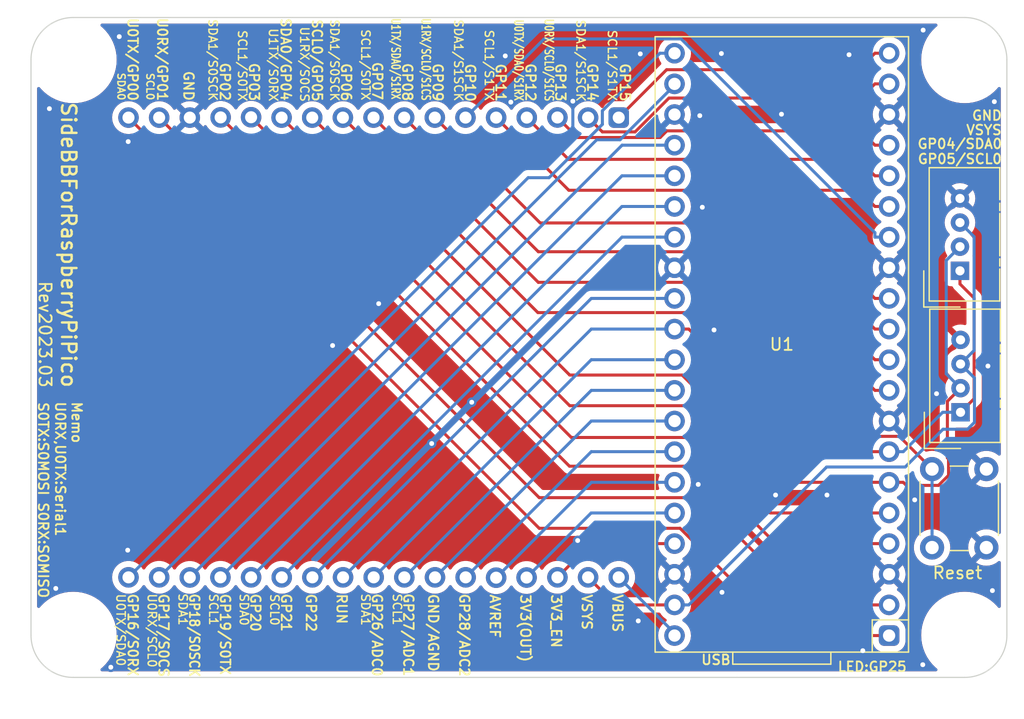
<source format=kicad_pcb>
(kicad_pcb (version 20221018) (generator pcbnew)
  (layers (0 "F.Cu" signal) (31 "B.Cu" signal) (34 "B.Paste" user) (35 "F.Paste" user) (36 "B.SilkS" user "B.Silkscreen") (37 "F.SilkS" user "F.Silkscreen") (38 "B.Mask" user) (39 "F.Mask" user) (44 "Edge.Cuts" user))
  (net 0 "")
  (net 1 "/GPIO0")
  (net 2 "/GPIO1")
  (net 3 "GND")
  (net 4 "/GPIO2")
  (net 5 "/GPIO3")
  (net 6 "/GPIO4")
  (net 7 "/GPIO5")
  (net 8 "/GPIO6")
  (net 9 "/GPIO7")
  (net 10 "/GPIO8")
  (net 11 "/GPIO9")
  (net 12 "/GPIO10")
  (net 13 "/GPIO11")
  (net 14 "/GPIO12")
  (net 15 "/GPIO13")
  (net 16 "/GPIO14")
  (net 17 "/GPIO15")
  (net 18 "/VBUS")
  (net 19 "/VSYS")
  (net 20 "/3V3_EN")
  (net 21 "+3V3")
  (net 22 "/AVREF")
  (net 23 "/GPIO28")
  (net 24 "/AGND")
  (net 25 "/GPIO27")
  (net 26 "/GPIO26")
  (net 27 "/RUN")
  (net 28 "/GPIO22")
  (net 29 "/GPIO21")
  (net 30 "/GPIO20")
  (net 31 "/GPIO19")
  (net 32 "/GPI18")
  (net 33 "/GPIO17")
  (net 34 "/GPIO16")
  (footprint "Connector:NS-Tech_Grove_1x04_P2mm_Vertical" (layer "F.Cu") (at 193.1585 95.5425 180)
    (fp_text reference "J2" hide)
    (fp_text value "Grove-I2C-connector")
    (fp_line (start -3.3 -2.5) (end -3.3 0.15) (stroke (width 0.12)) (layer "F.SilkS"))
    (fp_line (start -3.3 -2.5) (end 2.55 -2.5) (stroke (width 0.12)) (layer "F.SilkS"))
    (fp_line (start -3.3 0.4) (end -3.3 1) (stroke (width 0.12)) (layer "F.SilkS"))
    (fp_line (start -3.3 1.25) (end -3.3 4.75) (stroke (width 0.12)) (layer "F.SilkS"))
    (fp_line (start -3.3 5) (end -3.3 5.6) (stroke (width 0.12)) (layer "F.SilkS"))
    (fp_line (start -3.3 5.9) (end -3.3 8.55) (stroke (width 0.12)) (layer "F.SilkS"))
    (fp_line (start -3.3 8.55) (end 2.55 8.55) (stroke (width 0.12)) (layer "F.SilkS"))
    (fp_line (start 0 -3) (end 3 -3) (stroke (width 0.12)) (layer "F.SilkS"))
    (fp_line (start 2.55 -2.5) (end 2.55 8.55) (stroke (width 0.12)) (layer "F.SilkS"))
    (fp_line (start 3 -3) (end 3 0) (stroke (width 0.12)) (layer "F.SilkS"))
    (pad "1" thru_hole rect (at 0 0 180) (size 1.524 1.524) (drill 0.762) (layers "*.Cu" "*.Mask") (net 7 "/GPIO5"))
    (pad "2" thru_hole circle (at 0 2 180) (size 1.524 1.524) (drill 0.762) (layers "*.Cu" "*.Mask") (net 6 "/GPIO4"))
    (pad "3" thru_hole circle (at 0 4 180) (size 1.524 1.524) (drill 0.762) (layers "*.Cu" "*.Mask") (net 19 "/VSYS"))
    (pad "4" thru_hole circle (at 0 6 180) (size 1.524 1.524) (drill 0.762) (layers "*.Cu" "*.Mask") (net 3 "GND"))
  )
  (footprint "asukiaaa-kicad-footprints:mini-bread-board-1x17x2" (layer "F.Cu") (at 144.526 90.17 -90)
    (fp_text reference "J1" hide)
    (fp_text value "mini-bread-board-1x17x2")
    (pad "1" thru_hole roundrect (at -19.05 -20.306594) (size 1.7 1.7) (drill 1) (layers "*.Cu" "*.Mask") (net 17 "/GPIO15"))
    (pad "2" thru_hole circle (at -19.05 -17.766594 270) (size 1.7 1.7) (drill 1) (layers "*.Cu" "*.Mask") (net 16 "/GPIO14"))
    (pad "3" thru_hole circle (at -19.059586 -15.226594 270) (size 1.7 1.7) (drill 1) (layers "*.Cu" "*.Mask") (net 15 "/GPIO13"))
    (pad "4" thru_hole circle (at -19.05 -12.686594 270) (size 1.7 1.7) (drill 1) (layers "*.Cu" "*.Mask") (net 14 "/GPIO12"))
    (pad "5" thru_hole circle (at -19.05 -10.146594 270) (size 1.7 1.7) (drill 1) (layers "*.Cu" "*.Mask") (net 13 "/GPIO11"))
    (pad "6" thru_hole circle (at -19.05 -7.606594 270) (size 1.7 1.7) (drill 1) (layers "*.Cu" "*.Mask") (net 12 "/GPIO10"))
    (pad "7" thru_hole circle (at -19.05 -5.066594 270) (size 1.7 1.7) (drill 1) (layers "*.Cu" "*.Mask") (net 11 "/GPIO9"))
    (pad "8" thru_hole circle (at -19.05 -2.526594 270) (size 1.7 1.7) (drill 1) (layers "*.Cu" "*.Mask") (net 10 "/GPIO8"))
    (pad "9" thru_hole circle (at -19.05 0.013406 270) (size 1.7 1.7) (drill 1) (layers "*.Cu" "*.Mask") (net 9 "/GPIO7"))
    (pad "10" thru_hole circle (at -19.05 2.553406 270) (size 1.7 1.7) (drill 1) (layers "*.Cu" "*.Mask") (net 8 "/GPIO6"))
    (pad "11" thru_hole circle (at -19.05 5.093406 270) (size 1.7 1.7) (drill 1) (layers "*.Cu" "*.Mask") (net 7 "/GPIO5"))
    (pad "12" thru_hole circle (at -19.05 7.633406 270) (size 1.7 1.7) (drill 1) (layers "*.Cu" "*.Mask") (net 6 "/GPIO4"))
    (pad "13" thru_hole circle (at -19.078711 10.16 270) (size 1.7 1.7) (drill 1) (layers "*.Cu" "*.Mask") (net 5 "/GPIO3"))
    (pad "14" thru_hole circle (at -19.066615 12.683384 270) (size 1.7 1.7) (drill 1) (layers "*.Cu" "*.Mask") (net 4 "/GPIO2"))
    (pad "15" thru_hole circle (at -19.05 15.24 270) (size 1.7 1.7) (drill 1) (layers "*.Cu" "*.Mask") (net 3 "GND"))
    (pad "16" thru_hole circle (at -19.05 17.78 270) (size 1.7 1.7) (drill 1) (layers "*.Cu" "*.Mask") (net 2 "/GPIO1"))
    (pad "17" thru_hole circle (at -19.05 20.32 270) (size 1.7 1.7) (drill 1) (layers "*.Cu" "*.Mask") (net 1 "/GPIO0"))
    (pad "18" thru_hole circle (at 19.05 20.32 90) (size 1.7 1.7) (drill 1) (layers "*.Cu" "*.Mask") (net 34 "/GPIO16"))
    (pad "19" thru_hole circle (at 19.050001 17.78 90) (size 1.7 1.7) (drill 1) (layers "*.Cu" "*.Mask") (net 33 "/GPIO17"))
    (pad "20" thru_hole circle (at 19.059587 15.24 90) (size 1.7 1.7) (drill 1) (layers "*.Cu" "*.Mask") (net 32 "/GPI18"))
    (pad "21" thru_hole circle (at 19.050001 12.7 90) (size 1.7 1.7) (drill 1) (layers "*.Cu" "*.Mask") (net 31 "/GPIO19"))
    (pad "22" thru_hole circle (at 19.050001 10.16 90) (size 1.7 1.7) (drill 1) (layers "*.Cu" "*.Mask") (net 30 "/GPIO20"))
    (pad "23" thru_hole circle (at 19.050001 7.62 90) (size 1.7 1.7) (drill 1) (layers "*.Cu" "*.Mask") (net 29 "/GPIO21"))
    (pad "24" thru_hole circle (at 19.050001 5.08 90) (size 1.7 1.7) (drill 1) (layers "*.Cu" "*.Mask") (net 28 "/GPIO22"))
    (pad "25" thru_hole circle (at 19.050001 2.54 90) (size 1.7 1.7) (drill 1) (layers "*.Cu" "*.Mask") (net 27 "/RUN"))
    (pad "26" thru_hole circle (at 19.050001 0 90) (size 1.7 1.7) (drill 1) (layers "*.Cu" "*.Mask") (net 26 "/GPIO26"))
    (pad "27" thru_hole circle (at 19.050001 -2.54 90) (size 1.7 1.7) (drill 1) (layers "*.Cu" "*.Mask") (net 25 "/GPIO27"))
    (pad "28" thru_hole circle (at 19.050001 -5.08 90) (size 1.7 1.7) (drill 1) (layers "*.Cu" "*.Mask") (net 24 "/AGND"))
    (pad "29" thru_hole circle (at 19.050001 -7.62 90) (size 1.7 1.7) (drill 1) (layers "*.Cu" "*.Mask") (net 23 "/GPIO28"))
    (pad "30" thru_hole circle (at 19.078712 -10.146594 90) (size 1.7 1.7) (drill 1) (layers "*.Cu" "*.Mask") (net 22 "/AVREF"))
    (pad "31" thru_hole circle (at 19.066616 -12.669978 90) (size 1.7 1.7) (drill 1) (layers "*.Cu" "*.Mask") (net 21 "+3V3"))
    (pad "32" thru_hole circle (at 19.050001 -15.226594 90) (size 1.7 1.7) (drill 1) (layers "*.Cu" "*.Mask") (net 20 "/3V3_EN"))
    (pad "33" thru_hole circle (at 19.050001 -17.766594 90) (size 1.7 1.7) (drill 1) (layers "*.Cu" "*.Mask") (net 19 "/VSYS"))
    (pad "34" thru_hole circle (at 19.050001 -20.306594 90) (size 1.7 1.7) (drill 1) (layers "*.Cu" "*.Mask") (net 18 "/VBUS"))
  )
  (footprint "asukiaaa-kicad-footprints:MountingHole_3.2mm_M3_bare" (layer "F.Cu") (at 119.626 66.326)
    (fp_text reference "REF1" hide)
    (fp_text value "MountingHole_3.2mm_M3_bare" hide)
    (pad "" np_thru_hole circle (at 0 0) (size 3.2 3.2) (drill 3.2) (layers "F&B.Cu" "*.Mask") (clearance 2))
  )
  (footprint "asukiaaa-kicad-footprints:MountingHole_3.2mm_M3_bare" (layer "F.Cu") (at 119.626 114.014)
    (fp_text reference "REF4" hide)
    (fp_text value "MountingHole_3.2mm_M3_bare" hide)
    (pad "" np_thru_hole circle (at 0 0) (size 3.2 3.2) (drill 3.2) (layers "F&B.Cu" "*.Mask") (clearance 2))
  )
  (footprint "Connector:NS-Tech_Grove_1x04_P2mm_Vertical" (layer "F.Cu") (at 193.112 83.82 180)
    (fp_text reference "J3" hide)
    (fp_text value "Grove-I2C-connector")
    (fp_line (start -3.3 -2.5) (end -3.3 0.15) (stroke (width 0.12)) (layer "F.SilkS"))
    (fp_line (start -3.3 -2.5) (end 2.55 -2.5) (stroke (width 0.12)) (layer "F.SilkS"))
    (fp_line (start -3.3 0.4) (end -3.3 1) (stroke (width 0.12)) (layer "F.SilkS"))
    (fp_line (start -3.3 1.25) (end -3.3 4.75) (stroke (width 0.12)) (layer "F.SilkS"))
    (fp_line (start -3.3 5) (end -3.3 5.6) (stroke (width 0.12)) (layer "F.SilkS"))
    (fp_line (start -3.3 5.9) (end -3.3 8.55) (stroke (width 0.12)) (layer "F.SilkS"))
    (fp_line (start -3.3 8.55) (end 2.55 8.55) (stroke (width 0.12)) (layer "F.SilkS"))
    (fp_line (start 0 -3) (end 3 -3) (stroke (width 0.12)) (layer "F.SilkS"))
    (fp_line (start 2.55 -2.5) (end 2.55 8.55) (stroke (width 0.12)) (layer "F.SilkS"))
    (fp_line (start 3 -3) (end 3 0) (stroke (width 0.12)) (layer "F.SilkS"))
    (pad "1" thru_hole rect (at 0 0 180) (size 1.524 1.524) (drill 0.762) (layers "*.Cu" "*.Mask") (net 7 "/GPIO5"))
    (pad "2" thru_hole circle (at 0 2 180) (size 1.524 1.524) (drill 0.762) (layers "*.Cu" "*.Mask") (net 6 "/GPIO4"))
    (pad "3" thru_hole circle (at 0 4 180) (size 1.524 1.524) (drill 0.762) (layers "*.Cu" "*.Mask") (net 19 "/VSYS"))
    (pad "4" thru_hole circle (at 0 6 180) (size 1.524 1.524) (drill 0.762) (layers "*.Cu" "*.Mask") (net 3 "GND"))
  )
  (footprint "Button_Switch_THT:SW_PUSH_6mm" (layer "F.Cu") (at 190.8 106.75 90)
    (fp_text reference "SW1" hide)
    (fp_text value "SW_Push")
    (fp_line (start -0.25 1.5) (end -0.25 3) (stroke (width 0.12)) (layer "F.SilkS"))
    (fp_line (start 1 5.5) (end 5.5 5.5) (stroke (width 0.12)) (layer "F.SilkS"))
    (fp_line (start 5.5 -1) (end 1 -1) (stroke (width 0.12)) (layer "F.SilkS"))
    (fp_line (start 6.75 3) (end 6.75 1.5) (stroke (width 0.12)) (layer "F.SilkS"))
    (pad "1" thru_hole circle (at 0 0 180) (size 2 2) (drill 1.1) (layers "*.Cu" "*.Mask") (net 27 "/RUN"))
    (pad "1" thru_hole circle (at 6.5 0 180) (size 2 2) (drill 1.1) (layers "*.Cu" "*.Mask") (net 27 "/RUN"))
    (pad "2" thru_hole circle (at 0 4.5 180) (size 2 2) (drill 1.1) (layers "*.Cu" "*.Mask") (net 3 "GND"))
    (pad "2" thru_hole circle (at 6.5 4.5 180) (size 2 2) (drill 1.1) (layers "*.Cu" "*.Mask") (net 3 "GND"))
  )
  (footprint "asukiaaa-kicad-footprints:MountingHole_3.2mm_M3_bare" (layer "F.Cu") (at 193.5 114.014)
    (fp_text reference "REF3" hide)
    (fp_text value "MountingHole_3.2mm_M3_bare" hide)
    (pad "" np_thru_hole circle (at 0 0) (size 3.2 3.2) (drill 3.2) (layers "F&B.Cu" "*.Mask") (clearance 2))
  )
  (footprint "asukiaaa-kicad-footprints:RPi_Pico_TH" (layer "F.Cu") (at 178.348 89.916 180)
    (fp_text reference "U1" (at 0 0) (layer "F.SilkS"))
    (fp_text value "Pico")
    (fp_line (start -10.5 -25.5) (end -10.5 25.5) (stroke (width 0.12)) (layer "F.SilkS"))
    (fp_line (start -10.5 -25.5) (end 10.5 -25.5) (stroke (width 0.12)) (layer "F.SilkS"))
    (fp_line (start -10.5 -22.833) (end -7.493 -22.833) (stroke (width 0.12)) (layer "F.SilkS"))
    (fp_line (start -7.493 -22.833) (end -7.493 -25.5) (stroke (width 0.12)) (layer "F.SilkS"))
    (fp_line (start -4.064 -26.5) (end 4.064 -26.5) (stroke (width 0.12)) (layer "F.SilkS"))
    (fp_line (start -4.064 -25.5016) (end -4.064 -26.5) (stroke (width 0.12)) (layer "F.SilkS"))
    (fp_line (start 4.064 -26.5) (end 4.064 -25.5) (stroke (width 0.12)) (layer "F.SilkS"))
    (fp_line (start 10.5 -25.5) (end 10.5 25.5) (stroke (width 0.12)) (layer "F.SilkS"))
    (fp_line (start 10.5 -12.9) (end 10.5 -12.5) (stroke (width 0.12)) (layer "F.SilkS"))
    (fp_line (start 10.5 25.5) (end -10.5 25.5) (stroke (width 0.12)) (layer "F.SilkS"))
    (pad "1" thru_hole roundrect (at -8.89 -24.13 180) (size 1.7 1.7) (drill 1.02) (layers "*.Cu" "*.Mask") (net 1 "/GPIO0"))
    (pad "2" thru_hole oval (at -8.89 -21.59 180) (size 1.7 1.7) (drill 1.02) (layers "*.Cu" "*.Mask") (net 2 "/GPIO1"))
    (pad "3" thru_hole circle (at -8.89 -19.05 180) (size 1.7 1.7) (drill 1.02) (layers "*.Cu" "*.Mask") (net 3 "GND"))
    (pad "4" thru_hole oval (at -8.89 -16.51 180) (size 1.7 1.7) (drill 1.02) (layers "*.Cu" "*.Mask") (net 4 "/GPIO2"))
    (pad "5" thru_hole oval (at -8.89 -13.97 180) (size 1.7 1.7) (drill 1.02) (layers "*.Cu" "*.Mask") (net 5 "/GPIO3"))
    (pad "6" thru_hole oval (at -8.89 -11.43 180) (size 1.7 1.7) (drill 1.02) (layers "*.Cu" "*.Mask") (net 6 "/GPIO4"))
    (pad "7" thru_hole oval (at -8.89 -8.89 180) (size 1.7 1.7) (drill 1.02) (layers "*.Cu" "*.Mask") (net 7 "/GPIO5"))
    (pad "8" thru_hole circle (at -8.89 -6.35 180) (size 1.7 1.7) (drill 1.02) (layers "*.Cu" "*.Mask") (net 3 "GND"))
    (pad "9" thru_hole oval (at -8.89 -3.81 180) (size 1.7 1.7) (drill 1.02) (layers "*.Cu" "*.Mask") (net 8 "/GPIO6"))
    (pad "10" thru_hole oval (at -8.89 -1.27 180) (size 1.7 1.7) (drill 1.02) (layers "*.Cu" "*.Mask") (net 9 "/GPIO7"))
    (pad "11" thru_hole oval (at -8.89 1.27 180) (size 1.7 1.7) (drill 1.02) (layers "*.Cu" "*.Mask") (net 10 "/GPIO8"))
    (pad "12" thru_hole oval (at -8.89 3.81 180) (size 1.7 1.7) (drill 1.02) (layers "*.Cu" "*.Mask") (net 11 "/GPIO9"))
    (pad "13" thru_hole circle (at -8.89 6.35 180) (size 1.7 1.7) (drill 1.02) (layers "*.Cu" "*.Mask") (net 3 "GND"))
    (pad "14" thru_hole oval (at -8.89 8.89 180) (size 1.7 1.7) (drill 1.02) (layers "*.Cu" "*.Mask") (net 12 "/GPIO10"))
    (pad "15" thru_hole oval (at -8.89 11.43 180) (size 1.7 1.7) (drill 1.02) (layers "*.Cu" "*.Mask") (net 13 "/GPIO11"))
    (pad "16" thru_hole oval (at -8.89 13.97 180) (size 1.7 1.7) (drill 1.02) (layers "*.Cu" "*.Mask") (net 14 "/GPIO12"))
    (pad "17" thru_hole oval (at -8.89 16.51 180) (size 1.7 1.7) (drill 1.02) (layers "*.Cu" "*.Mask") (net 15 "/GPIO13"))
    (pad "18" thru_hole circle (at -8.89 19.05 180) (size 1.7 1.7) (drill 1.02) (layers "*.Cu" "*.Mask") (net 3 "GND"))
    (pad "19" thru_hole oval (at -8.89 21.59 180) (size 1.7 1.7) (drill 1.02) (layers "*.Cu" "*.Mask") (net 16 "/GPIO14"))
    (pad "20" thru_hole oval (at -8.89 24.13 180) (size 1.7 1.7) (drill 1.02) (layers "*.Cu" "*.Mask") (net 17 "/GPIO15"))
    (pad "21" thru_hole oval (at 8.89 24.13 180) (size 1.7 1.7) (drill 1.02) (layers "*.Cu" "*.Mask") (net 34 "/GPIO16"))
    (pad "22" thru_hole oval (at 8.89 21.59 180) (size 1.7 1.7) (drill 1.02) (layers "*.Cu" "*.Mask") (net 33 "/GPIO17"))
    (pad "23" thru_hole circle (at 8.89 19.05 180) (size 1.7 1.7) (drill 1.02) (layers "*.Cu" "*.Mask") (net 3 "GND"))
    (pad "24" thru_hole oval (at 8.89 16.51 180) (size 1.7 1.7) (drill 1.02) (layers "*.Cu" "*.Mask") (net 32 "/GPI18"))
    (pad "25" thru_hole oval (at 8.89 13.97 180) (size 1.7 1.7) (drill 1.02) (layers "*.Cu" "*.Mask") (net 31 "/GPIO19"))
    (pad "26" thru_hole oval (at 8.89 11.43 180) (size 1.7 1.7) (drill 1.02) (layers "*.Cu" "*.Mask") (net 30 "/GPIO20"))
    (pad "27" thru_hole oval (at 8.89 8.89 180) (size 1.7 1.7) (drill 1.02) (layers "*.Cu" "*.Mask") (net 29 "/GPIO21"))
    (pad "28" thru_hole circle (at 8.89 6.35 180) (size 1.7 1.7) (drill 1.02) (layers "*.Cu" "*.Mask") (net 3 "GND"))
    (pad "29" thru_hole oval (at 8.89 3.81 180) (size 1.7 1.7) (drill 1.02) (layers "*.Cu" "*.Mask") (net 28 "/GPIO22"))
    (pad "30" thru_hole oval (at 8.89 1.27 180) (size 1.7 1.7) (drill 1.02) (layers "*.Cu" "*.Mask") (net 27 "/RUN"))
    (pad "31" thru_hole oval (at 8.89 -1.27 180) (size 1.7 1.7) (drill 1.02) (layers "*.Cu" "*.Mask") (net 26 "/GPIO26"))
    (pad "32" thru_hole oval (at 8.89 -3.81 180) (size 1.7 1.7) (drill 1.02) (layers "*.Cu" "*.Mask") (net 25 "/GPIO27"))
    (pad "33" thru_hole circle (at 8.89 -6.35 180) (size 1.7 1.7) (drill 1.02) (layers "*.Cu" "*.Mask") (net 24 "/AGND"))
    (pad "34" thru_hole oval (at 8.89 -8.89 180) (size 1.7 1.7) (drill 1.02) (layers "*.Cu" "*.Mask") (net 23 "/GPIO28"))
    (pad "35" thru_hole oval (at 8.89 -11.43 180) (size 1.7 1.7) (drill 1.02) (layers "*.Cu" "*.Mask") (net 22 "/AVREF"))
    (pad "36" thru_hole oval (at 8.89 -13.97 180) (size 1.7 1.7) (drill 1.02) (layers "*.Cu" "*.Mask") (net 21 "+3V3"))
    (pad "37" thru_hole oval (at 8.89 -16.51 180) (size 1.7 1.7) (drill 1.02) (layers "*.Cu" "*.Mask") (net 20 "/3V3_EN"))
    (pad "38" thru_hole circle (at 8.89 -19.05 180) (size 1.7 1.7) (drill 1.02) (layers "*.Cu" "*.Mask") (net 3 "GND"))
    (pad "39" thru_hole oval (at 8.89 -21.59 180) (size 1.7 1.7) (drill 1.02) (layers "*.Cu" "*.Mask") (net 19 "/VSYS"))
    (pad "40" thru_hole oval (at 8.89 -24.13 180) (size 1.7 1.7) (drill 1.02) (layers "*.Cu" "*.Mask") (net 18 "/VBUS"))
  )
  (footprint "asukiaaa-kicad-footprints:MountingHole_3.2mm_M3_bare" (layer "F.Cu") (at 193.5 66.326)
    (fp_text reference "REF2" hide)
    (fp_text value "MountingHole_3.2mm_M3_bare" hide)
    (pad "" np_thru_hole circle (at 0 0) (size 3.2 3.2) (drill 3.2) (layers "F&B.Cu" "*.Mask") (clearance 2))
  )
  (gr_line (start 174.634 117.514) (end 119.626 117.514) (stroke (width 0.1)) (layer "Edge.Cuts"))
  (gr_arc (start 119.626 117.514) (mid 117.151126 116.488874) (end 116.126 114.014) (stroke (width 0.1)) (layer "Edge.Cuts"))
  (gr_line (start 193.5 62.826) (end 119.626 62.826) (stroke (width 0.1)) (layer "Edge.Cuts"))
  (gr_arc (start 193.5 62.826) (mid 195.974874 63.851126) (end 197 66.326) (stroke (width 0.1)) (layer "Edge.Cuts"))
  (gr_arc (start 116.126 66.326) (mid 117.151126 63.851126) (end 119.626 62.826) (stroke (width 0.1)) (layer "Edge.Cuts"))
  (gr_line (start 197 114.014) (end 197 66.326) (stroke (width 0.1)) (layer "Edge.Cuts"))
  (gr_line (start 174.634 117.514) (end 193.5 117.514) (stroke (width 0.1)) (layer "Edge.Cuts"))
  (gr_arc (start 197 114.014) (mid 195.974874 116.488874) (end 193.5 117.514) (stroke (width 0.1)) (layer "Edge.Cuts"))
  (gr_line (start 116.126 66.326) (end 116.126 114.014) (stroke (width 0.1)) (layer "Edge.Cuts"))
  (gr_text "SDA1/S0SCK" (at 141.28 66.38 270) (layer "F.SilkS") (effects (font (size 0.7 0.7) (thickness 0.12))))
  (gr_text "GP06" (at 142.24 68.19 270) (layer "F.SilkS") (effects (font (size 0.8 0.8))))
  (gr_text "SCL0" (at 126 68.55 270) (layer "F.SilkS") (effects (font (size 0.6 0.6) (thickness 0.12))))
  (gr_text "S0TX:S0MOSI S0RX:S0MISO" (at 117.14 102.82 270) (layer "F.SilkS") (effects (font (size 0.8 0.8))))
  (gr_text "RUN" (at 141.875625 111.834524 270) (layer "F.SilkS") (effects (font (size 0.8 0.8))))
  (gr_text "SCL0/GP05" (at 139.83 66.38 270) (layer "F.SilkS") (effects (font (size 0.8 0.78))))
  (gr_text "GND" (at 129.184375 68.492857 270) (layer "F.SilkS") (effects (font (size 0.8 0.8))))
  (gr_text "SDA1/S1SCK" (at 161.68 66.41 270) (layer "F.SilkS") (effects (font (size 0.7 0.7) (thickness 0.12))))
  (gr_text "SCL1/S1TX" (at 154.09 66.79 270) (layer "F.SilkS") (effects (font (size 0.7 0.7) (thickness 0.12))))
  (gr_text "U1RX/SCL0/S1CS" (at 148.85 66.3 270) (layer "F.SilkS") (effects (font (size 0.7 0.5) (thickness 0.12))))
  (gr_text "GP13" (at 160 68.2 270) (layer "F.SilkS") (effects (font (size 0.8 0.8))))
  (gr_text "SCL1/S0TX" (at 143.85 66.75 270) (layer "F.SilkS") (effects (font (size 0.7 0.7) (thickness 0.12))))
  (gr_text "VBUS" (at 164.7325 112.202381 270) (layer "F.SilkS") (effects (font (size 0.8 0.8))))
  (gr_text "3V3_EN" (at 159.65125 112.85 270) (layer "F.SilkS") (effects (font (size 0.8 0.8))))
  (gr_text "GND" (at 195.35 70.95) (layer "F.SilkS") (effects (font (size 0.8 0.8))))
  (gr_text "U0TX/SDA0" (at 123.56 113.58 270) (layer "F.SilkS") (effects (font (size 0.7 0.7) (thickness 0.12))))
  (gr_text "U0TX/GP00" (at 124.55 66.3 270) (layer "F.SilkS") (effects (font (size 0.8 0.79))))
  (gr_text "GP09" (at 149.83 68.2 270) (layer "F.SilkS") (effects (font (size 0.8 0.8))))
  (gr_text "U0RX/SCL0" (at 126.15 113.63 270) (layer "F.SilkS") (effects (font (size 0.7 0.7) (thickness 0.12))))
  (gr_text "GP20" (at 134.72 112.15 270) (layer "F.SilkS") (effects (font (size 0.8 0.8))))
  (gr_text "SCL1" (at 131.25 111.89 270) (layer "F.SilkS") (effects (font (size 0.7 0.7) (thickness 0.12))))
  (gr_text "GP15" (at 165.35 68.2 270) (layer "F.SilkS") (effects (font (size 0.8 0.8))))
  (gr_text "U0RX,U0TX:Serial1" (at 118.55 100.24 270) (layer "F.SilkS") (effects (font (size 0.8 0.8))))
  (gr_text "SCL1/S1TX" (at 164.29 66.8 270) (layer "F.SilkS") (effects (font (size 0.7 0.7) (thickness 0.12))))
  (gr_text "GP14" (at 162.65 68.2 270) (layer "F.SilkS") (effects (font (size 0.8 0.8))))
  (gr_text "GP27/ADC1" (at 147.4 113.99 270) (layer "F.SilkS") (effects (font (size 0.8 0.78))))
  (gr_text "GP12" (at 157.52 68.2 270) (layer "F.SilkS") (effects (font (size 0.8 0.8))))
  (gr_text "AVREF" (at 154.57 112.45 270) (layer "F.SilkS") (effects (font (size 0.8 0.8))))
  (gr_text "SDA0" (at 123.6 68.55 270) (layer "F.SilkS") (effects (font (size 0.6 0.6) (thickness 0.12))))
  (gr_text "GP18/S0SCK" (at 129.66 114.029762 270) (layer "F.SilkS") (effects (font (size 0.8 0.7))))
  (gr_text "SDA0/GP04" (at 137.23 66.3 270) (layer "F.SilkS") (effects (font (size 0.8 0.78))))
  (gr_text "VSYS" (at 162.191875 112.107143 270) (layer "F.SilkS") (effects (font (size 0.8 0.8))))
  (gr_text "GP10" (at 152.52 68.23 270) (layer "F.SilkS") (effects (font (size 0.8 0.8))))
  (gr_text "U1TX/S0RX" (at 136.2 66.75 270) (layer "F.SilkS") (effects (font (size 0.7 0.7) (thickness 0.12))))
  (gr_text "GP21" (at 137.27 112.15 270) (layer "F.SilkS") (effects (font (size 0.8 0.8))))
  (gr_text "GP08" (at 147.31 68.18 270) (layer "F.SilkS") (effects (font (size 0.8 0.8))))
  (gr_text "LED:GP25" (at 185.84 116.63) (layer "F.SilkS") (effects (font (size 0.8 0.8))))
  (gr_text "U0RX/SCL0/S1CS" (at 159.05 66.35 270) (layer "F.SilkS") (effects (font (size 0.7 0.5) (thickness 0.12))))
  (gr_text "GP26/ADC0" (at 144.8 114 270) (layer "F.SilkS") (effects (font (size 0.8 0.78))))
  (gr_text "GP28/ADC2" (at 152.038125 114.013572 270) (layer "F.SilkS") (effects (font (size 0.8 0.78))))
  (gr_text "U1RX/S0CS" (at 138.79 66.7 270) (layer "F.SilkS") (effects (font (size 0.7 0.7) (thickness 0.12))))
  (gr_text "GP19/S0TX" (at 132.21 113.939286 270) (layer "F.SilkS") (effects (font (size 0.8 0.78))))
  (gr_text "SideBBForRaspberryPiPico" (at 119.24 81.67 270) (layer "F.SilkS") (effects (font (size 1.2 1.2) (thickness 0.2))))
  (gr_text "GP17/S0CS" (at 127.11 114.032143 270) (layer "F.SilkS") (effects (font (size 0.8 0.78))))
  (gr_text "SCL0" (at 136.31 111.91 270) (layer "F.SilkS") (effects (font (size 0.7 0.7) (thickness 0.12))))
  (gr_text "SDA0" (at 133.78 111.9 270) (layer "F.SilkS") (effects (font (size 0.7 0.7) (thickness 0.12))))
  (gr_text "SDA1/S0SCK" (at 131.19 66.35 270) (layer "F.SilkS") (effects (font (size 0.7 0.7) (thickness 0.12))))
  (gr_text "Rev2023.03" (at 117.29 89.08 270) (layer "F.SilkS") (effects (font (size 1 1))))
  (gr_text "SDA1/S1SCK" (at 151.55 66.38 270) (layer "F.SilkS") (effects (font (size 0.7 0.7) (thickness 0.12))))
  (gr_text "U1TX/SDA0/S1RX" (at 146.35 66.25 270) (layer "F.SilkS") (effects (font (size 0.7 0.5) (thickness 0.12))))
  (gr_text "GP16/S0RX" (at 124.56 113.988095 270) (layer "F.SilkS") (effects (font (size 0.8 0.77))))
  (gr_text "U0RX/GP01" (at 127 66.3 270) (layer "F.SilkS") (effects (font (size 0.8 0.77))))
  (gr_text "VSYS" (at 195.1 72.15) (layer "F.SilkS") (effects (font (size 0.8 0.8))))
  (gr_text "GP22" (at 139.335 112.158334 270) (layer "F.SilkS") (effects (font (size 0.8 0.8))))
  (gr_text "SCL1" (at 146.47 111.88 270) (layer "F.SilkS") (effects (font (size 0.7 0.7) (thickness 0.12))))
  (gr_text "SDA1" (at 143.85 111.9 270) (layer "F.SilkS") (effects (font (size 0.7 0.7) (thickness 0.12))))
  (gr_text "GP05/SCL0" (at 193.1 74.55) (layer "F.SilkS") (effects (font (size 0.8 0.8))))
  (gr_text "GP07" (at 144.82 68.09 270) (layer "F.SilkS") (effects (font (size 0.8 0.8))))
  (gr_text "Memo" (at 119.91 96.38 270) (layer "F.SilkS") (effects (font (size 0.8 0.8))))
  (gr_text "U0TX/SDA0/S1RX" (at 156.54 66.36 270) (layer "F.SilkS") (effects (font (size 0.7 0.5) (thickness 0.12))))
  (gr_text "USB" (at 172.89 116.06) (layer "F.SilkS") (effects (font (size 0.8 0.8))))
  (gr_text "Reset" (at 192.9 108.85) (layer "F.SilkS") (effects (font (size 1 1))))
  (gr_text "GP03" (at 134.61 68.17 270) (layer "F.SilkS") (effects (font (size 0.8 0.8))))
  (gr_text "3V3(OUT)" (at 157.1 113.44 270) (layer "F.SilkS") (effects (font (size 0.8 0.8))))
  (gr_text "GP02" (at 132.2 68.15 270) (layer "F.SilkS") (effects (font (size 0.8 0.8))))
  (gr_text "GND/AGND" (at 149.46 113.81 270) (layer "F.SilkS") (effects (font (size 0.8 0.8))))
  (gr_text "SCL1/S0TX" (at 133.64 66.82 270) (layer "F.SilkS") (effects (font (size 0.7 0.7) (thickness 0.12))))
  (gr_text "SDA1" (at 128.71 111.88 270) (layer "F.SilkS") (effects (font (size 0.7 0.7) (thickness 0.12))))
  (gr_text "GP11" (at 155.05 68.23 270) (layer "F.SilkS") (effects (font (size 0.8 0.8))))
  (gr_text "GP04/SDA0" (at 193.1 73.3) (layer "F.SilkS") (effects (font (size 0.8 0.8))))
  (segment (start 169.9137 105.156) (end 178.8037 114.046) (width 0.25) (layer "F.Cu") (net 1))
  (segment (start 158.242 105.156) (end 169.9137 105.156) (width 0.25) (layer "F.Cu") (net 1))
  (segment (start 124.206 71.12) (end 158.242 105.156) (width 0.25) (layer "F.Cu") (net 1))
  (segment (start 178.8037 114.046) (end 187.238 114.046) (width 0.25) (layer "F.Cu") (net 1))
  (segment (start 158.242 102.616) (end 171.5434 102.616) (width 0.25) (layer "F.Cu") (net 2))
  (segment (start 171.5434 102.616) (end 180.4334 111.506) (width 0.25) (layer "F.Cu") (net 2))
  (segment (start 180.4334 111.506) (end 187.238 111.506) (width 0.25) (layer "F.Cu") (net 2))
  (segment (start 126.746 71.12) (end 158.242 102.616) (width 0.25) (layer "F.Cu") (net 2))
  (via (at 171.42 101.52) (size 0.8) (drill 0.4) (layers "F.Cu" "B.Cu") (net 3))
  (via (at 124.18 73.11) (size 0.8) (drill 0.4) (layers "F.Cu" "B.Cu") (net 3))
  (via (at 195.8 110.32) (size 0.8) (drill 0.4) (layers "F.Cu" "B.Cu") (net 3))
  (via (at 161.03 69.76) (size 0.8) (drill 0.4) (layers "F.Cu" "B.Cu") (net 3))
  (via (at 122.74 116.67) (size 0.8) (drill 0.4) (layers "F.Cu" "B.Cu") (net 3))
  (via (at 166.62 65.84) (size 0.8) (drill 0.4) (layers "F.Cu" "B.Cu") (net 3))
  (via (at 173.34 65.81) (size 0.8) (drill 0.4) (layers "F.Cu" "B.Cu") (net 3))
  (via (at 191.17 94) (size 0.8) (drill 0.4) (layers "F.Cu" "B.Cu") (net 3))
  (via (at 173.39 110.46) (size 0.8) (drill 0.4) (layers "F.Cu" "B.Cu") (net 3))
  (via (at 177.83 102.4) (size 0.8) (drill 0.4) (layers "F.Cu" "B.Cu") (net 3))
  (via (at 123.44 64.41) (size 0.8) (drill 0.4) (layers "F.Cu" "B.Cu") (net 3))
  (via (at 117.65 70.38) (size 0.8) (drill 0.4) (layers "F.Cu" "B.Cu") (net 3))
  (via (at 152.65 94.71) (size 0.8) (drill 0.4) (layers "F.Cu" "B.Cu") (net 3))
  (via (at 190.03 116.46) (size 0.8) (drill 0.4) (layers "F.Cu" "B.Cu") (net 3))
  (via (at 189.36 102.8) (size 0.8) (drill 0.4) (layers "F.Cu" "B.Cu") (net 3))
  (via (at 161.43 106.17) (size 0.8) (drill 0.4) (layers "F.Cu" "B.Cu") (net 3))
  (via (at 144.94 86.54) (size 0.8) (drill 0.4) (layers "F.Cu" "B.Cu") (net 3))
  (via (at 166.45 112.83) (size 0.8) (drill 0.4) (layers "F.Cu" "B.Cu") (net 3))
  (via (at 182.09 102.4) (size 0.8) (drill 0.4) (layers "F.Cu" "B.Cu") (net 3))
  (via (at 118.18 110.14) (size 0.8) (drill 0.4) (layers "F.Cu" "B.Cu") (net 3))
  (via (at 178.32 70.84) (size 0.8) (drill 0.4) (layers "F.Cu" "B.Cu") (net 3))
  (via (at 141.12 90.01) (size 0.8) (drill 0.4) (layers "F.Cu" "B.Cu") (net 3))
  (via (at 149.33 98.13) (size 0.8) (drill 0.4) (layers "F.Cu" "B.Cu") (net 3))
  (via (at 171.55 70.96) (size 0.8) (drill 0.4) (layers "F.Cu" "B.Cu") (net 3))
  (via (at 183.92 65.91) (size 0.8) (drill 0.4) (layers "F.Cu" "B.Cu") (net 3))
  (via (at 124.14 106.97) (size 0.8) (drill 0.4) (layers "F.Cu" "B.Cu") (net 3))
  (via (at 172.73 88.72) (size 0.8) (drill 0.4) (layers "F.Cu" "B.Cu") (net 3))
  (via (at 195.43 91.71) (size 0.8) (drill 0.4) (layers "F.Cu" "B.Cu") (net 3))
  (via (at 195.96 69.8) (size 0.8) (drill 0.4) (layers "F.Cu" "B.Cu") (net 3))
  (via (at 185.06 115.3) (size 0.8) (drill 0.4) (layers "F.Cu" "B.Cu") (net 3))
  (via (at 155.89 69.84) (size 0.8) (drill 0.4) (layers "F.Cu" "B.Cu") (net 3))
  (via (at 190.06 63.87) (size 0.8) (drill 0.4) (layers "F.Cu" "B.Cu") (net 3))
  (via (at 155.43 66.01) (size 0.8) (drill 0.4) (layers "F.Cu" "B.Cu") (net 3))
  (via (at 171.76 78.55) (size 0.8) (drill 0.4) (layers "F.Cu" "B.Cu") (net 3))
  (segment (start 161.03 72.23) (end 160.78 72.48) (width 0.25) (layer "B.Cu") (net 3))
  (segment (start 161.03 69.76) (end 161.03 72.23) (width 0.25) (layer "B.Cu") (net 3))
  (segment (start 177.8455 106.426) (end 187.238 106.426) (width 0.25) (layer "F.Cu") (net 4))
  (segment (start 171.4296 100.0101) (end 177.8455 106.426) (width 0.25) (layer "F.Cu") (net 4))
  (segment (start 160.7493 100.0101) (end 171.4296 100.0101) (width 0.25) (layer "F.Cu") (net 4))
  (segment (start 131.8426 71.1034) (end 160.7493 100.0101) (width 0.25) (layer "F.Cu") (net 4))
  (segment (start 160.9055 97.6308) (end 171.1459 97.6308) (width 0.25) (layer "F.Cu") (net 5))
  (segment (start 177.4011 103.886) (end 187.238 103.886) (width 0.25) (layer "F.Cu") (net 5))
  (segment (start 171.1459 97.6308) (end 177.4011 103.886) (width 0.25) (layer "F.Cu") (net 5))
  (segment (start 134.366 71.0913) (end 160.9055 97.6308) (width 0.25) (layer "F.Cu") (net 5))
  (segment (start 192.1648 99.4148) (end 192.1648 100.7671) (width 0.25) (layer "F.Cu") (net 6))
  (segment (start 192.0688 99.3188) (end 192.1648 99.4148) (width 0.25) (layer "F.Cu") (net 6))
  (segment (start 187.8256 101.346) (end 187.238 101.346) (width 0.25) (layer "F.Cu") (net 6))
  (segment (start 187.8256 101.346) (end 188.4131 101.346) (width 0.25) (layer "F.Cu") (net 6))
  (segment (start 193.1585 93.5425) (end 192.0688 94.6322) (width 0.25) (layer "F.Cu") (net 6))
  (segment (start 160.7686 94.996) (end 136.8926 71.12) (width 0.25) (layer "F.Cu") (net 6))
  (segment (start 188.669 101.6019) (end 188.4131 101.346) (width 0.25) (layer "F.Cu") (net 6))
  (segment (start 187.238 101.346) (end 177.4959 101.346) (width 0.25) (layer "F.Cu") (net 6))
  (segment (start 191.33 101.6019) (end 188.669 101.6019) (width 0.25) (layer "F.Cu") (net 6))
  (segment (start 171.1459 94.996) (end 160.7686 94.996) (width 0.25) (layer "F.Cu") (net 6))
  (segment (start 192.1648 100.7671) (end 191.33 101.6019) (width 0.25) (layer "F.Cu") (net 6))
  (segment (start 192.0688 94.6322) (end 192.0688 99.3188) (width 0.25) (layer "F.Cu") (net 6))
  (segment (start 177.4959 101.346) (end 171.1459 94.996) (width 0.25) (layer "F.Cu") (net 6))
  (segment (start 191.9752 92.3592) (end 193.1585 93.5425) (width 0.25) (layer "B.Cu") (net 6))
  (segment (start 193.112 81.82) (end 191.9752 82.9568) (width 0.25) (layer "B.Cu") (net 6))
  (segment (start 191.9752 82.9568) (end 191.9752 92.3592) (width 0.25) (layer "B.Cu") (net 6))
  (segment (start 193.112 84.9071) (end 194.2835 86.0786) (width 0.25) (layer "F.Cu") (net 7))
  (segment (start 193.112 83.82) (end 193.112 84.9071) (width 0.25) (layer "F.Cu") (net 7))
  (segment (start 194.2835 86.0786) (end 194.2835 94.4175) (width 0.25) (layer "F.Cu") (net 7))
  (segment (start 160.7686 92.456) (end 139.4326 71.12) (width 0.25) (layer "F.Cu") (net 7))
  (segment (start 194.2835 94.4175) (end 193.1585 95.5425) (width 0.25) (layer "F.Cu") (net 7))
  (segment (start 176.438 98.806) (end 170.088 92.456) (width 0.25) (layer "F.Cu") (net 7))
  (segment (start 187.238 98.806) (end 176.438 98.806) (width 0.25) (layer "F.Cu") (net 7))
  (segment (start 170.088 92.456) (end 160.7686 92.456) (width 0.25) (layer "F.Cu") (net 7))
  (segment (start 191.6766 95.5425) (end 193.1585 95.5425) (width 0.25) (layer "B.Cu") (net 7))
  (segment (start 188.4131 98.806) (end 191.6766 95.5425) (width 0.25) (layer "B.Cu") (net 7))
  (segment (start 187.238 98.806) (end 188.4131 98.806) (width 0.25) (layer "B.Cu") (net 7))
  (segment (start 187.238 93.726) (end 186.0629 93.726) (width 0.25) (layer "F.Cu") (net 8))
  (segment (start 158.1338 87.2812) (end 179.6181 87.2812) (width 0.25) (layer "F.Cu") (net 8))
  (segment (start 179.6181 87.2812) (end 186.0629 93.726) (width 0.25) (layer "F.Cu") (net 8))
  (segment (start 141.9726 71.12) (end 158.1338 87.2812) (width 0.25) (layer "F.Cu") (net 8))
  (segment (start 158.166 84.7734) (end 179.6503 84.7734) (width 0.25) (layer "F.Cu") (net 9))
  (segment (start 144.5126 71.12) (end 158.166 84.7734) (width 0.25) (layer "F.Cu") (net 9))
  (segment (start 179.6503 84.7734) (end 186.0629 91.186) (width 0.25) (layer "F.Cu") (net 9))
  (segment (start 187.238 91.186) (end 186.0629 91.186) (width 0.25) (layer "F.Cu") (net 9))
  (segment (start 179.6534 82.2365) (end 186.0629 88.646) (width 0.25) (layer "F.Cu") (net 10))
  (segment (start 158.1691 82.2365) (end 179.6534 82.2365) (width 0.25) (layer "F.Cu") (net 10))
  (segment (start 187.238 88.646) (end 186.0629 88.646) (width 0.25) (layer "F.Cu") (net 10))
  (segment (start 147.0526 71.12) (end 158.1691 82.2365) (width 0.25) (layer "F.Cu") (net 10))
  (segment (start 179.8078 79.8509) (end 186.0629 86.106) (width 0.25) (layer "F.Cu") (net 11))
  (segment (start 187.238 86.106) (end 186.0629 86.106) (width 0.25) (layer "F.Cu") (net 11))
  (segment (start 158.3235 79.8509) (end 179.8078 79.8509) (width 0.25) (layer "F.Cu") (net 11))
  (segment (start 149.5926 71.12) (end 158.3235 79.8509) (width 0.25) (layer "F.Cu") (net 11))
  (segment (start 152.1326 71.12) (end 158.6537 64.5989) (width 0.25) (layer "B.Cu") (net 12))
  (segment (start 186.0629 80.6608) (end 186.0629 81.026) (width 0.25) (layer "B.Cu") (net 12))
  (segment (start 158.6537 64.5989) (end 170.001 64.5989) (width 0.25) (layer "B.Cu") (net 12))
  (segment (start 170.001 64.5989) (end 186.0629 80.6608) (width 0.25) (layer "B.Cu") (net 12))
  (segment (start 187.238 81.026) (end 186.0629 81.026) (width 0.25) (layer "B.Cu") (net 12))
  (segment (start 187.238 78.486) (end 186.0629 78.486) (width 0.25) (layer "F.Cu") (net 13))
  (segment (start 154.6726 71.12) (end 160.6948 77.1422) (width 0.25) (layer "F.Cu") (net 13))
  (segment (start 184.7191 77.1422) (end 186.0629 78.486) (width 0.25) (layer "F.Cu") (net 13))
  (segment (start 160.6948 77.1422) (end 184.7191 77.1422) (width 0.25) (layer "F.Cu") (net 13))
  (segment (start 160.6738 74.5812) (end 184.6981 74.5812) (width 0.25) (layer "F.Cu") (net 14))
  (segment (start 187.238 75.946) (end 186.0629 75.946) (width 0.25) (layer "F.Cu") (net 14))
  (segment (start 184.6981 74.5812) (end 186.0629 75.946) (width 0.25) (layer "F.Cu") (net 14))
  (segment (start 157.2126 71.12) (end 160.6738 74.5812) (width 0.25) (layer "F.Cu") (net 14))
  (segment (start 186.0629 73.406) (end 184.8763 72.2194) (width 0.25) (layer "F.Cu") (net 15))
  (segment (start 168.2655 72.7714) (end 161.4136 72.7714) (width 0.25) (layer "F.Cu") (net 15))
  (segment (start 168.8175 72.2194) (end 168.2655 72.7714) (width 0.25) (layer "F.Cu") (net 15))
  (segment (start 187.238 73.406) (end 186.0629 73.406) (width 0.25) (layer "F.Cu") (net 15))
  (segment (start 161.4136 72.7714) (end 159.7526 71.1104) (width 0.25) (layer "F.Cu") (net 15))
  (segment (start 184.8763 72.2194) (end 168.8175 72.2194) (width 0.25) (layer "F.Cu") (net 15))
  (segment (start 187.238 68.326) (end 186.0629 68.326) (width 0.25) (layer "F.Cu") (net 16))
  (segment (start 168.9946 69.5011) (end 166.1918 72.3039) (width 0.25) (layer "F.Cu") (net 16))
  (segment (start 186.0629 68.326) (end 184.8878 69.5011) (width 0.25) (layer "F.Cu") (net 16))
  (segment (start 184.8878 69.5011) (end 168.9946 69.5011) (width 0.25) (layer "F.Cu") (net 16))
  (segment (start 166.1918 72.3039) (end 163.4765 72.3039) (width 0.25) (layer "F.Cu") (net 16))
  (segment (start 163.4765 72.3039) (end 162.2926 71.12) (width 0.25) (layer "F.Cu") (net 16))
  (segment (start 184.6981 67.1508) (end 186.0629 65.786) (width 0.25) (layer "F.Cu") (net 17))
  (segment (start 164.8326 71.12) (end 168.8018 67.1508) (width 0.25) (layer "F.Cu") (net 17))
  (segment (start 168.8018 67.1508) (end 184.6981 67.1508) (width 0.25) (layer "F.Cu") (net 17))
  (segment (start 187.238 65.786) (end 186.0629 65.786) (width 0.25) (layer "F.Cu") (net 17))
  (segment (start 169.458 114.046) (end 169.458 113.8454) (width 0.25) (layer "B.Cu") (net 18))
  (segment (start 169.458 113.8454) (end 164.8326 109.22) (width 0.25) (layer "B.Cu") (net 18))
  (segment (start 162.2926 109.22) (end 164.5786 111.506) (width 0.25) (layer "F.Cu") (net 19))
  (segment (start 164.5786 111.506) (end 169.458 111.506) (width 0.25) (layer "F.Cu") (net 19))
  (segment (start 194.2835 80.9915) (end 194.2835 90.4175) (width 0.25) (layer "B.Cu") (net 19))
  (segment (start 193.7416 96.9482) (end 191.7036 96.9482) (width 0.25) (layer "B.Cu") (net 19))
  (segment (start 193.112 79.82) (end 194.2835 80.9915) (width 0.25) (layer "B.Cu") (net 19))
  (segment (start 194.3129 96.3769) (end 193.7416 96.9482) (width 0.25) (layer "B.Cu") (net 19))
  (segment (start 194.2835 90.4175) (end 193.1585 91.5425) (width 0.25) (layer "B.Cu") (net 19))
  (segment (start 191.7036 96.9482) (end 188.5758 100.076) (width 0.25) (layer "B.Cu") (net 19))
  (segment (start 169.458 111.506) (end 170.6331 111.506) (width 0.25) (layer "B.Cu") (net 19))
  (segment (start 182.0631 100.076) (end 170.6331 111.506) (width 0.25) (layer "B.Cu") (net 19))
  (segment (start 194.3129 92.6969) (end 194.3129 96.3769) (width 0.25) (layer "B.Cu") (net 19))
  (segment (start 188.5758 100.076) (end 182.0631 100.076) (width 0.25) (layer "B.Cu") (net 19))
  (segment (start 193.1585 91.5425) (end 194.3129 92.6969) (width 0.25) (layer "B.Cu") (net 19))
  (segment (start 162.5466 106.426) (end 169.458 106.426) (width 0.25) (layer "F.Cu") (net 20))
  (segment (start 159.7526 109.22) (end 162.5466 106.426) (width 0.25) (layer "F.Cu") (net 20))
  (segment (start 157.196 109.2366) (end 162.5466 103.886) (width 0.25) (layer "B.Cu") (net 21))
  (segment (start 162.5466 103.886) (end 169.458 103.886) (width 0.25) (layer "B.Cu") (net 21))
  (segment (start 162.5753 101.346) (end 169.458 101.346) (width 0.25) (layer "B.Cu") (net 22))
  (segment (start 154.6726 109.2487) (end 162.5753 101.346) (width 0.25) (layer "B.Cu") (net 22))
  (segment (start 152.146 109.22) (end 162.56 98.806) (width 0.25) (layer "B.Cu") (net 23))
  (segment (start 162.56 98.806) (end 169.458 98.806) (width 0.25) (layer "B.Cu") (net 23))
  (segment (start 149.606 109.22) (end 162.56 96.266) (width 0.25) (layer "B.Cu") (net 24))
  (segment (start 162.56 96.266) (end 169.458 96.266) (width 0.25) (layer "B.Cu") (net 24))
  (segment (start 162.56 93.726) (end 169.458 93.726) (width 0.25) (layer "B.Cu") (net 25))
  (segment (start 147.066 109.22) (end 162.56 93.726) (width 0.25) (layer "B.Cu") (net 25))
  (segment (start 162.56 91.186) (end 169.458 91.186) (width 0.25) (layer "B.Cu") (net 26))
  (segment (start 144.526 109.22) (end 162.56 91.186) (width 0.25) (layer "B.Cu") (net 26))
  (segment (start 190.8 100.25) (end 188.086 97.536) (width 0.25) (layer "F.Cu") (net 27))
  (segment (start 169.458 88.646) (end 170.6331 88.646) (width 0.25) (layer "F.Cu") (net 27))
  (segment (start 188.086 97.536) (end 179.5231 97.536) (width 0.25) (layer "F.Cu") (net 27))
  (segment (start 179.5231 97.536) (end 170.6331 88.646) (width 0.25) (layer "F.Cu") (net 27))
  (segment (start 169.458 88.646) (end 162.56 88.646) (width 0.25) (layer "B.Cu") (net 27))
  (segment (start 190.8 106.75) (end 190.8 100.25) (width 0.25) (layer "B.Cu") (net 27))
  (segment (start 162.56 88.646) (end 141.986 109.22) (width 0.25) (layer "B.Cu") (net 27))
  (segment (start 139.446 109.22) (end 162.56 86.106) (width 0.25) (layer "B.Cu") (net 28))
  (segment (start 162.56 86.106) (end 169.458 86.106) (width 0.25) (layer "B.Cu") (net 28))
  (segment (start 169.458 81.026) (end 168.2829 81.026) (width 0.25) (layer "B.Cu") (net 29))
  (segment (start 165.1 81.026) (end 168.2829 81.026) (width 0.25) (layer "B.Cu") (net 29))
  (segment (start 136.906 109.22) (end 165.1 81.026) (width 0.25) (layer "B.Cu") (net 29))
  (segment (start 134.366 109.22) (end 165.1 78.486) (width 0.25) (layer "B.Cu") (net 30))
  (segment (start 165.1 78.486) (end 169.458 78.486) (width 0.25) (layer "B.Cu") (net 30))
  (segment (start 131.826 109.22) (end 165.1 75.946) (width 0.25) (layer "B.Cu") (net 31))
  (segment (start 165.1 75.946) (end 169.458 75.946) (width 0.25) (layer "B.Cu") (net 31))
  (segment (start 165.1096 73.406) (end 169.458 73.406) (width 0.25) (layer "B.Cu") (net 32))
  (segment (start 129.286 109.2296) (end 165.1096 73.406) (width 0.25) (layer "B.Cu") (net 32))
  (segment (start 169.458 68.4428) (end 164.945 72.9558) (width 0.25) (layer "B.Cu") (net 33))
  (segment (start 164.945 72.9558) (end 163.0102 72.9558) (width 0.25) (layer "B.Cu") (net 33))
  (segment (start 163.0102 72.9558) (end 126.746 109.22) (width 0.25) (layer "B.Cu") (net 33))
  (segment (start 169.458 68.326) (end 169.458 68.4428) (width 0.25) (layer "B.Cu") (net 33))
  (segment (start 168.2477 65.786) (end 169.458 65.786) (width 0.25) (layer "B.Cu") (net 34))
  (segment (start 157.3245 76.1015) (end 159.0576 76.1015) (width 0.25) (layer "B.Cu") (net 34))
  (segment (start 159.0576 76.1015) (end 163.4766 71.6825) (width 0.25) (layer "B.Cu") (net 34))
  (segment (start 163.4766 71.6825) (end 163.4766 70.5571) (width 0.25) (layer "B.Cu") (net 34))
  (segment (start 163.4766 70.5571) (end 168.2477 65.786) (width 0.25) (layer "B.Cu") (net 34))
  (segment (start 124.206 109.22) (end 157.3245 76.1015) (width 0.25) (layer "B.Cu") (net 34))
  (zone (net 3) (net_name "GND") (layers "F&B.Cu") (connect_pads (clearance 0.508)) (min_thickness 0.254) (fill yes (thermal_gap 0.508) (thermal_bridge_width 0.508))
    (polygon (pts (xy 198.431644 118.495264) (xy 113.806982 118.475013) (xy 113.556982 61.375013) (xy 198.181644 61.395264)))
  )
)
</source>
